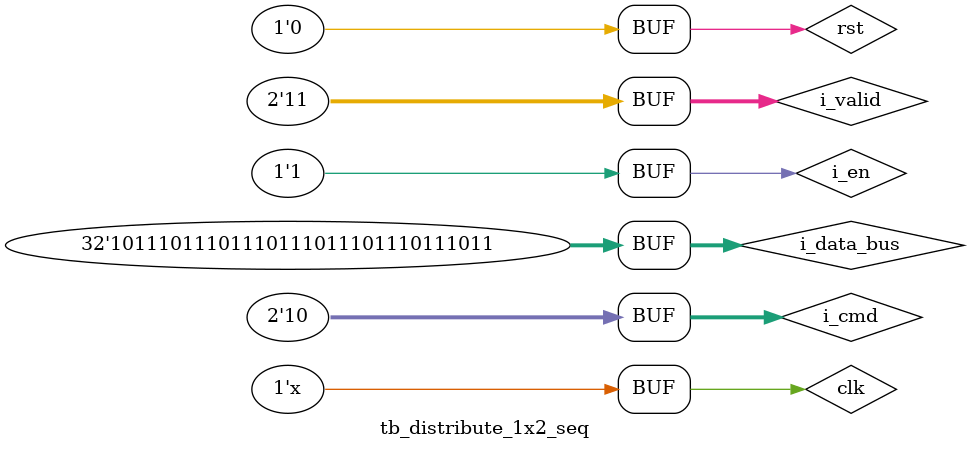
<source format=v>
`timescale 1ns / 1ps

module tb_distribute_1x2_seq();

	parameter DATA_WIDTH  = 32;
	parameter COMMMAND_WIDTH  = 2;

    // timing signals
    reg                            clk;
    reg                            rst;

    // data signals
	reg    [1:0]                   i_valid;        // valid input data signal
	reg    [DATA_WIDTH-1:0]        i_data_bus;     // input data bus coming into mux
	
	wire                           o_valid;        // output valid
    wire   [2*DATA_WIDTH-1:0]      o_data_bus;     // output data 

	// control signals
	reg                            i_en;           // mux enable
	reg    [COMMMAND_WIDTH-1:0]    i_cmd;          // command 
                                // 0 --> Branch_left
                                // 1 --> Branch_right
    
    // Test case declaration
    // all cases for control
    initial 
    begin
        clk = 1'b0;
        // not enable at start
        #20
        rst = 1'b1;
        i_valid = 2'b00;
        i_data_bus = {(DATA_WIDTH>>2){4'hA}};
        i_en = 1'b1;
        i_cmd = 2'b00;
        
        // rst active;
        #20
        rst = 1'b1;
        i_valid = 2'b11;
        i_data_bus = {(DATA_WIDTH>>2){4'hA}};
        i_en = 1'b1;
        i_cmd = 2'b00;
        
        // input active -- branch_low
        #20
        rst = 1'b0;
        i_valid = 2'b11;
        i_data_bus = {(DATA_WIDTH>>2){4'hA}};
        i_en = 1'b1;
        i_cmd = 2'b01;
    
        // input active -- branch_high
        #20
        rst = 1'b0;
        i_valid = 2'b11;
        i_data_bus = {(DATA_WIDTH>>2){4'hA}};
        i_en = 1'b1;
        i_cmd = 2'b10;
        
        // input active -- duplicate
        #20
        rst = 1'b0;
        i_valid = 2'b11;
        i_data_bus = {(DATA_WIDTH>>2){4'hA}};
        i_en = 1'b1;
        i_cmd = 2'b11;
        
        // disable in progress
        #20
        rst = 1'b0;
        i_valid = 2'b11;
        i_data_bus = {(DATA_WIDTH>>2){4'hA}};
        i_en = 1'b0;
        i_cmd = 2'b11;
         
        
        // enable in progress
        #20
        rst = 1'b0;
        i_valid = 2'b11;
        i_data_bus = {(DATA_WIDTH>>2){4'hA}};
        i_en = 1'b1;
        i_cmd = 2'b11;
        
        // reset half way
        #20
        rst = 1'b1;
        i_valid = 2'b11;
        i_data_bus = {(DATA_WIDTH>>2){4'hA}};
        i_en = 1'b1;
        i_cmd = 2'b11;
        
        // change data half way
        #20
        rst = 1'b0;
        i_valid = 2'b11;
        i_data_bus = {(DATA_WIDTH>>2){4'hB}};
        i_en = 1'b1;
        i_cmd = 2'b11;
        
        // invalid high output 
        #20
        rst = 1'b0;
        i_valid = 2'b11;
        i_data_bus = {(DATA_WIDTH>>2){4'hB}};
        i_en = 1'b1;
        i_cmd = 2'b01;
       
        // invalid low output 
        #20
        rst = 1'b0;
        i_valid = 2'b11;
        i_data_bus = {(DATA_WIDTH>>2){4'hB}};
        i_en = 1'b1;
        i_cmd = 2'b10;
end


    // instantiate DUT (device under test)
    distribute_1x2_seq #(
		.DATA_WIDTH(DATA_WIDTH),
        .COMMMAND_WIDTH(COMMMAND_WIDTH)
	) dut(
	    .clk(clk),
	    .rst(rst),
		.i_valid(i_valid),
		.i_data_bus(i_data_bus),
		.o_valid(o_valid),
		.o_data_bus(o_data_bus),
		.i_en(i_en),
		.i_cmd(i_cmd)
	);

    always#5 clk=~clk;

endmodule


</source>
